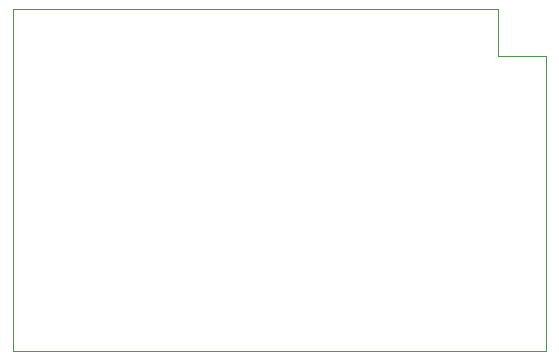
<source format=gbr>
%TF.GenerationSoftware,Altium Limited,Altium Designer,24.8.2 (39)*%
G04 Layer_Color=0*
%FSLAX45Y45*%
%MOMM*%
%TF.SameCoordinates,AEF890BE-CC7D-4D31-97F1-A5BAF979AF91*%
%TF.FilePolarity,Positive*%
%TF.FileFunction,Profile,NP*%
%TF.Part,Single*%
G01*
G75*
%TA.AperFunction,Profile*%
%ADD24C,0.02540*%
D24*
X12000000Y8900000D02*
Y11800000D01*
X16100000D01*
Y11404000D01*
X16510001D01*
X16506000Y11400000D01*
Y8906000D01*
X16500000Y8900000D01*
X12000000D01*
%TF.MD5,408e46dde2da6d2614392dde039a2045*%
M02*

</source>
